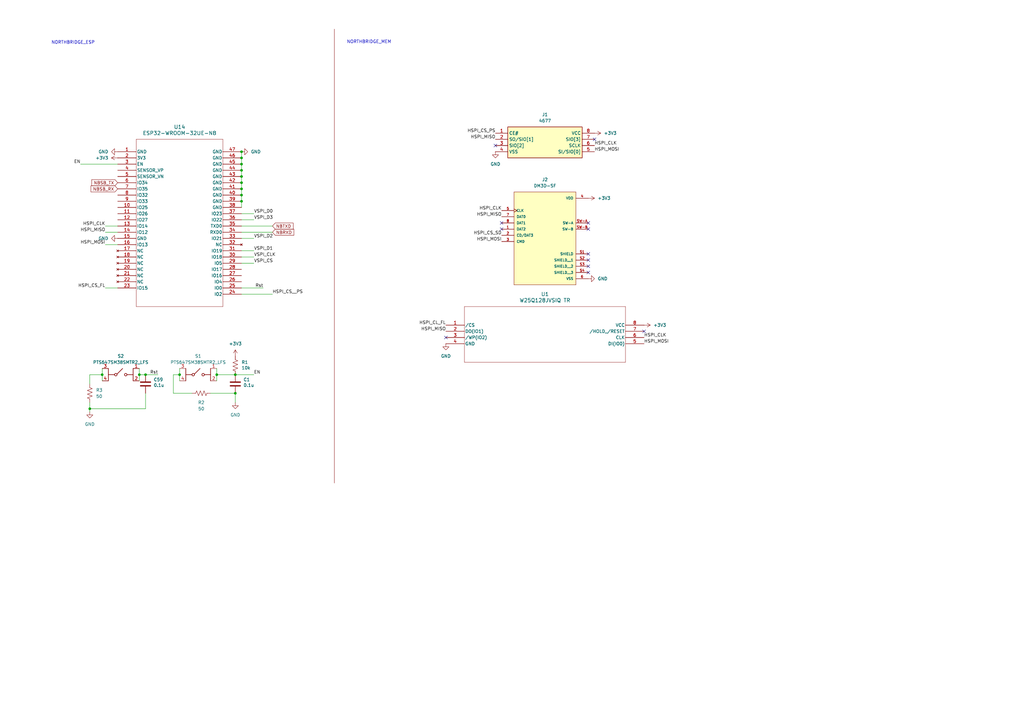
<source format=kicad_sch>
(kicad_sch (version 20250114) (generator "eeschema") (generator_version "9.0")
  (paper "A3")
  (lib_symbols
    (symbol "Device:C" (pin_numbers (hide yes)) (pin_names (offset 0.254))
      (property "Reference" "C" (at 0.635 2.54 0))
      (property "Value" "C" (at 0.635 -2.54 0))
      (symbol "C_0_1"
        (polyline (pts (xy -2.032 0.762) (xy 2.032 0.762)) (stroke (width 0.508)))
        (polyline (pts (xy -2.032 -0.762) (xy 2.032 -0.762)) (stroke (width 0.508)))
      )
      (symbol "C_1_1"
        (pin passive line (at 0 3.81 270) (length 2.794) (name "~") (number "1"))
        (pin passive line (at 0 -3.81 90) (length 2.794) (name "~") (number "2"))
      )
    )
    (symbol "Device:R_US" (pin_numbers (hide yes)) (pin_names (offset 0))
      (property "Reference" "R" (at 2.54 0 90))
      (property "Value" "R_US" (at -2.54 0 90))
      (symbol "R_US_0_1"
        (polyline (pts (xy 0 2.286) (xy 0 2.54)))
        (polyline (pts (xy 0 2.286) (xy 1.016 1.905) (xy 0 1.524) (xy -1.016 1.143) (xy 0 0.762)))
        (polyline (pts (xy 0 0.762) (xy 1.016 0.381) (xy 0 0) (xy -1.016 -0.381) (xy 0 -0.762)))
        (polyline (pts (xy 0 -0.762) (xy 1.016 -1.143) (xy 0 -1.524) (xy -1.016 -1.905) (xy 0 -2.286)))
        (polyline (pts (xy 0 -2.286) (xy 0 -2.54)))
      )
      (symbol "R_US_1_1"
        (pin passive line (at 0 3.81 270) (length 1.27) (name "~") (number "1"))
        (pin passive line (at 0 -3.81 90) (length 1.27) (name "~") (number "2"))
      )
    )
    (symbol "FPGA&MCU:ESP32-WROOM-32UE-N8" (pin_names (offset 0.254))
      (property "Reference" "U" (at 25.4 10.16 0))
      (property "Value" "ESP32-WROOM-32UE-N8" (at 25.4 7.62 0))
      (symbol "ESP32-WROOM-32UE-N8_0_1"
        (polyline (pts (xy 7.62 5.08) (xy 7.62 -63.5)) (stroke (width 0.127)))
        (polyline (pts (xy 7.62 -63.5) (xy 43.18 -63.5)) (stroke (width 0.127)))
        (polyline (pts (xy 43.18 5.08) (xy 7.62 5.08)) (stroke (width 0.127)))
        (polyline (pts (xy 43.18 -63.5) (xy 43.18 5.08)) (stroke (width 0.127)))
        (pin power_out line (at 0 0 0) (length 7.62) (name "GND") (number "1"))
        (pin power_in line (at 0 -2.54 0) (length 7.62) (name "3V3") (number "2"))
        (pin input line (at 0 -5.08 0) (length 7.62) (name "EN") (number "3"))
        (pin input line (at 0 -7.62 0) (length 7.62) (name "SENSOR_VP") (number "4"))
        (pin input line (at 0 -10.16 0) (length 7.62) (name "SENSOR_VN") (number "5"))
        (pin input line (at 0 -12.7 0) (length 7.62) (name "IO34") (number "6"))
        (pin input line (at 0 -15.24 0) (length 7.62) (name "IO35") (number "7"))
        (pin bidirectional line (at 0 -17.78 0) (length 7.62) (name "IO32") (number "8"))
        (pin bidirectional line (at 0 -20.32 0) (length 7.62) (name "IO33") (number "9"))
        (pin bidirectional line (at 0 -22.86 0) (length 7.62) (name "IO25") (number "10"))
        (pin bidirectional line (at 0 -25.4 0) (length 7.62) (name "IO26") (number "11"))
        (pin bidirectional line (at 0 -27.94 0) (length 7.62) (name "IO27") (number "12"))
        (pin bidirectional line (at 0 -30.48 0) (length 7.62) (name "IO14") (number "13"))
        (pin bidirectional line (at 0 -33.02 0) (length 7.62) (name "IO12") (number "14"))
        (pin power_out line (at 0 -35.56 0) (length 7.62) (name "GND") (number "15"))
        (pin bidirectional line (at 0 -38.1 0) (length 7.62) (name "IO13") (number "16"))
        (pin no_connect line (at 0 -40.64 0) (length 7.62) (name "NC") (number "17"))
        (pin no_connect line (at 0 -43.18 0) (length 7.62) (name "NC") (number "18"))
        (pin no_connect line (at 0 -45.72 0) (length 7.62) (name "NC") (number "19"))
        (pin no_connect line (at 0 -48.26 0) (length 7.62) (name "NC") (number "20"))
        (pin no_connect line (at 0 -50.8 0) (length 7.62) (name "NC") (number "21"))
        (pin no_connect line (at 0 -53.34 0) (length 7.62) (name "NC") (number "22"))
        (pin bidirectional line (at 0 -55.88 0) (length 7.62) (name "IO15") (number "23"))
        (pin power_out line (at 50.8 0 180) (length 7.62) (name "GND") (number "47"))
        (pin power_out line (at 50.8 -2.54 180) (length 7.62) (name "GND") (number "46"))
        (pin power_out line (at 50.8 -5.08 180) (length 7.62) (name "GND") (number "45"))
        (pin power_out line (at 50.8 -7.62 180) (length 7.62) (name "GND") (number "44"))
        (pin power_out line (at 50.8 -10.16 180) (length 7.62) (name "GND") (number "43"))
        (pin power_out line (at 50.8 -12.7 180) (length 7.62) (name "GND") (number "42"))
        (pin power_out line (at 50.8 -15.24 180) (length 7.62) (name "GND") (number "41"))
        (pin power_out line (at 50.8 -17.78 180) (length 7.62) (name "GND") (number "40"))
        (pin power_out line (at 50.8 -20.32 180) (length 7.62) (name "GND") (number "39"))
        (pin power_out line (at 50.8 -22.86 180) (length 7.62) (name "GND") (number "38"))
        (pin bidirectional line (at 50.8 -25.4 180) (length 7.62) (name "IO23") (number "37"))
        (pin bidirectional line (at 50.8 -27.94 180) (length 7.62) (name "IO22") (number "36"))
        (pin bidirectional line (at 50.8 -33.02 180) (length 7.62) (name "RXD0") (number "34"))
        (pin bidirectional line (at 50.8 -35.56 180) (length 7.62) (name "IO21") (number "33"))
        (pin no_connect line (at 50.8 -38.1 180) (length 7.62) (name "NC") (number "32"))
        (pin bidirectional line (at 50.8 -40.64 180) (length 7.62) (name "IO19") (number "31"))
        (pin bidirectional line (at 50.8 -43.18 180) (length 7.62) (name "IO18") (number "30"))
        (pin bidirectional line (at 50.8 -45.72 180) (length 7.62) (name "IO5") (number "29"))
        (pin bidirectional line (at 50.8 -48.26 180) (length 7.62) (name "IO17") (number "28"))
        (pin bidirectional line (at 50.8 -50.8 180) (length 7.62) (name "IO16") (number "27"))
        (pin bidirectional line (at 50.8 -53.34 180) (length 7.62) (name "IO4") (number "26"))
        (pin bidirectional line (at 50.8 -55.88 180) (length 7.62) (name "IO0") (number "25"))
        (pin bidirectional line (at 50.8 -58.42 180) (length 7.62) (name "IO2") (number "24"))
      )
      (symbol "ESP32-WROOM-32UE-N8_1_1"
        (pin bidirectional line (at 50.8 -30.48 180) (length 7.62) (name "TXD0") (number "35"))
      )
    )
    (symbol "FPGA_Interface:DM3D-SF" (pin_names (offset 1.016))
      (property "Reference" "J" (at -12.7 16.002 0))
      (property "Value" "DM3D-SF" (at -12.7 -25.4 0))
      (symbol "DM3D-SF_0_0"
        (rectangle (start -12.7 -22.86) (end 12.7 15.24) (stroke (width 0.1524)) (fill (type background)))
        (pin bidirectional clock (at -17.78 7.62 0) (length 5.08) (name "CLK") (number "5"))
        (pin bidirectional line (at -17.78 5.08 0) (length 5.08) (name "DAT0") (number "7"))
        (pin bidirectional line (at -17.78 2.54 0) (length 5.08) (name "DAT1") (number "8"))
        (pin bidirectional line (at -17.78 0 0) (length 5.08) (name "DAT2") (number "1"))
        (pin bidirectional line (at -17.78 -2.54 0) (length 5.08) (name "CD/DAT3") (number "2"))
        (pin bidirectional line (at -17.78 -5.08 0) (length 5.08) (name "CMD") (number "3"))
        (pin power_in line (at 17.78 12.7 180) (length 5.08) (name "VDD") (number "4"))
        (pin bidirectional line (at 17.78 2.54 180) (length 5.08) (name "SW-A") (number "SW-A"))
        (pin bidirectional line (at 17.78 0 180) (length 5.08) (name "SW-B") (number "SW-B"))
        (pin passive line (at 17.78 -10.16 180) (length 5.08) (name "SHIELD") (number "S1"))
        (pin passive line (at 17.78 -12.7 180) (length 5.08) (name "SHIELD__1") (number "S2"))
        (pin passive line (at 17.78 -15.24 180) (length 5.08) (name "SHIELD__2") (number "S3"))
        (pin passive line (at 17.78 -17.78 180) (length 5.08) (name "SHIELD__3") (number "S4"))
        (pin power_in line (at 17.78 -20.32 180) (length 5.08) (name "VSS") (number "6"))
      )
    )
    (symbol "FPGA_Interface:PTS647SM38SMTR2_LFS" (pin_names (hide yes))
      (property "Reference" "S" (at 12.7 6.35 0))
      (property "Value" "PTS647SM38SMTR2_LFS" (at 12.7 3.81 0))
      (symbol "PTS647SM38SMTR2_LFS_1_1"
        (polyline (pts (xy 2.54 -2.54) (xy 5.08 -2.54)) (stroke (width 0.254)))
        (polyline (pts (xy 2.54 -5.08) (xy 2.54 0)) (stroke (width 0.254)))
        (circle (center 5.588 -2.54) (radius 0.508) (stroke (width 0.254)))
        (polyline (pts (xy 6.096 -2.286) (xy 8.382 0)) (stroke (width 0.254)))
        (circle (center 9.652 -2.54) (radius 0.508) (stroke (width 0.254)))
        (polyline (pts (xy 10.16 -2.54) (xy 12.7 -2.54)) (stroke (width 0.254)))
        (polyline (pts (xy 12.7 -5.08) (xy 12.7 0)) (stroke (width 0.254)))
        (pin passive line (at 0 0 0) (length 2.54) (name "COM_1") (number "3"))
        (pin passive line (at 0 -5.08 0) (length 2.54) (name "COM_2") (number "4"))
        (pin passive line (at 15.24 0 180) (length 2.54) (name "NO_1") (number "1"))
        (pin passive line (at 15.24 -5.08 180) (length 2.54) (name "NO_2") (number "2"))
      )
    )
    (symbol "NB:4677"
      (property "Reference" "J" (at 36.83 7.62 0))
      (property "Value" "4677" (at 36.83 5.08 0))
      (symbol "4677_1_1"
        (rectangle (start 5.08 2.54) (end 35.56 -10.16) (stroke (width 0.254)) (fill (type background)))
        (pin passive line (at 0 0 0) (length 5.08) (name "CE#") (number "1"))
        (pin passive line (at 0 -2.54 0) (length 5.08) (name "SO/SIO[1]") (number "2"))
        (pin passive line (at 0 -5.08 0) (length 5.08) (name "SIO[2]") (number "3"))
        (pin passive line (at 0 -7.62 0) (length 5.08) (name "VSS") (number "4"))
        (pin passive line (at 40.64 0 180) (length 5.08) (name "VCC") (number "8"))
        (pin passive line (at 40.64 -2.54 180) (length 5.08) (name "SIO[3]") (number "7"))
        (pin passive line (at 40.64 -5.08 180) (length 5.08) (name "SCLK") (number "6"))
        (pin passive line (at 40.64 -7.62 180) (length 5.08) (name "SI/SIO[0]") (number "5"))
      )
    )
    (symbol "NB:W25Q128JVSIQ_TR" (pin_names (offset 0.254))
      (property "Reference" "U" (at 40.64 12.7 0))
      (property "Value" "W25Q128JVSIQ TR" (at 40.64 10.16 0))
      (symbol "W25Q128JVSIQ_TR_0_1"
        (polyline (pts (xy 7.62 7.62) (xy 7.62 -15.24)) (stroke (width 0.127)))
        (polyline (pts (xy 7.62 -15.24) (xy 73.66 -15.24)) (stroke (width 0.127)))
        (polyline (pts (xy 73.66 7.62) (xy 7.62 7.62)) (stroke (width 0.127)))
        (polyline (pts (xy 73.66 -15.24) (xy 73.66 7.62)) (stroke (width 0.127)))
        (pin input line (at 0 0 0) (length 7.62) (name "/CS") (number "1"))
        (pin bidirectional line (at 0 -2.54 0) (length 7.62) (name "DO(IO1)") (number "2"))
        (pin bidirectional line (at 0 -5.08 0) (length 7.62) (name "/WP(IO2)") (number "3"))
        (pin power_out line (at 0 -7.62 0) (length 7.62) (name "GND") (number "4"))
        (pin power_in line (at 81.28 0 180) (length 7.62) (name "VCC") (number "8"))
        (pin bidirectional line (at 81.28 -2.54 180) (length 7.62) (name "/HOLD_/RESET") (number "7"))
        (pin input line (at 81.28 -5.08 180) (length 7.62) (name "CLK") (number "6"))
        (pin bidirectional line (at 81.28 -7.62 180) (length 7.62) (name "DI(IO0)") (number "5"))
      )
    )
    (symbol "power:+3V3" (power) (pin_numbers (hide yes)) (pin_names (offset 0) (hide yes))
      (property "Value" "+3V3" (at 0 3.556 0))
      (symbol "+3V3_0_1"
        (polyline (pts (xy -0.762 1.27) (xy 0 2.54)))
        (polyline (pts (xy 0 2.54) (xy 0.762 1.27)))
        (polyline (pts (xy 0 0) (xy 0 2.54)))
      )
      (symbol "+3V3_1_1"
        (pin power_in line (at 0 0 90) (length 0) (name "~") (number "1"))
      )
    )
    (symbol "power:GND" (power) (pin_numbers (hide yes)) (pin_names (offset 0) (hide yes))
      (property "Value" "GND" (at 0 -3.81 0))
      (symbol "GND_0_1"
        (polyline (pts (xy 0 0) (xy 0 -1.27) (xy 1.27 -1.27) (xy 0 -2.54) (xy -1.27 -1.27) (xy 0 -1.27)))
      )
      (symbol "GND_1_1"
        (pin power_in line (at 0 0 270) (length 0) (name "~") (number "1"))
      )
    )
  )
  (text "NORTHBRIDGE_ESP\n" (at 29.972 17.526 0) (effects (font (size 1.27 1.27))))
  (text "NORTHBRIDGE_MEM\n" (at 151.384 17.272 0) (effects (font (size 1.27 1.27))))
  (junction (at 96.52 153.67))
  (junction (at 96.52 161.29))
  (junction (at 99.06 64.77))
  (junction (at 99.06 82.55))
  (junction (at 36.83 167.64))
  (junction (at 99.06 74.93))
  (junction (at 41.91 153.67))
  (junction (at 99.06 77.47))
  (junction (at 99.06 72.39))
  (junction (at 99.06 62.23))
  (junction (at 59.69 153.67))
  (junction (at 99.06 67.31))
  (junction (at 57.15 153.67))
  (junction (at 73.66 153.67))
  (junction (at 99.06 80.01))
  (junction (at 99.06 69.85))
  (junction (at 88.9 153.67))
  (no_connect (at 203.2 59.69))
  (no_connect (at 241.3 111.76))
  (no_connect (at 264.16 135.89))
  (no_connect (at 241.3 106.68))
  (no_connect (at 241.3 93.98))
  (no_connect (at 205.74 93.98))
  (no_connect (at 205.74 91.44))
  (no_connect (at 182.88 138.43))
  (no_connect (at 243.84 57.15))
  (no_connect (at 241.3 104.14))
  (no_connect (at 241.3 109.22))
  (no_connect (at 241.3 91.44))
  (wire (pts (xy 73.66 153.67) (xy 73.66 156.21)))
  (wire (pts (xy 88.9 153.67) (xy 88.9 156.21)))
  (wire (pts (xy 99.06 74.93) (xy 99.06 77.47)))
  (wire (pts (xy 59.69 153.67) (xy 64.77 153.67)))
  (wire (pts (xy 36.83 153.67) (xy 41.91 153.67)))
  (wire (pts (xy 99.06 62.23) (xy 99.06 64.77)))
  (wire (pts (xy 57.15 151.13) (xy 57.15 153.67)))
  (wire (pts (xy 36.83 153.67) (xy 36.83 157.48)))
  (wire (pts (xy 99.06 97.79) (xy 104.14 97.79)))
  (wire (pts (xy 99.06 102.87) (xy 104.14 102.87)))
  (wire (pts (xy 99.06 120.65) (xy 111.76 120.65)))
  (wire (pts (xy 99.06 105.41) (xy 104.14 105.41)))
  (wire (pts (xy 41.91 153.67) (xy 41.91 151.13)))
  (wire (pts (xy 99.06 64.77) (xy 99.06 67.31)))
  (wire (pts (xy 96.52 153.67) (xy 104.14 153.67)))
  (wire (pts (xy 99.06 80.01) (xy 99.06 82.55)))
  (wire (pts (xy 43.18 100.33) (xy 48.26 100.33)))
  (wire (pts (xy 86.36 161.29) (xy 96.52 161.29)))
  (wire (pts (xy 36.83 167.64) (xy 36.83 168.91)))
  (wire (pts (xy 59.69 161.29) (xy 59.69 167.64)))
  (wire (pts (xy 43.18 92.71) (xy 48.26 92.71)))
  (wire (pts (xy 99.06 107.95) (xy 104.14 107.95)))
  (wire (pts (xy 73.66 153.67) (xy 71.12 153.67)))
  (wire (pts (xy 99.06 69.85) (xy 99.06 72.39)))
  (polyline (pts (xy 137.16 11.938) (xy 137.16 198.12)) (stroke (width 0) (type solid) (color 132 0 0 1)))
  (wire (pts (xy 88.9 151.13) (xy 88.9 153.67)))
  (wire (pts (xy 71.12 161.29) (xy 78.74 161.29)))
  (wire (pts (xy 57.15 153.67) (xy 59.69 153.67)))
  (wire (pts (xy 99.06 118.11) (xy 107.95 118.11)))
  (wire (pts (xy 99.06 82.55) (xy 99.06 85.09)))
  (wire (pts (xy 99.06 92.71) (xy 111.76 92.71)))
  (wire (pts (xy 88.9 153.67) (xy 96.52 153.67)))
  (wire (pts (xy 99.06 67.31) (xy 99.06 69.85)))
  (wire (pts (xy 71.12 153.67) (xy 71.12 161.29)))
  (wire (pts (xy 73.66 151.13) (xy 73.66 153.67)))
  (wire (pts (xy 99.06 87.63) (xy 104.14 87.63)))
  (wire (pts (xy 43.18 118.11) (xy 48.26 118.11)))
  (wire (pts (xy 43.18 95.25) (xy 48.26 95.25)))
  (wire (pts (xy 59.69 167.64) (xy 36.83 167.64)))
  (wire (pts (xy 99.06 95.25) (xy 111.76 95.25)))
  (wire (pts (xy 96.52 165.1) (xy 96.52 161.29)))
  (wire (pts (xy 36.83 165.1) (xy 36.83 167.64)))
  (wire (pts (xy 33.02 67.31) (xy 48.26 67.31)))
  (wire (pts (xy 99.06 72.39) (xy 99.06 74.93)))
  (wire (pts (xy 99.06 77.47) (xy 99.06 80.01)))
  (wire (pts (xy 57.15 153.67) (xy 57.15 156.21)))
  (wire (pts (xy 99.06 90.17) (xy 104.14 90.17)))
  (wire (pts (xy 41.91 153.67) (xy 41.91 156.21)))
  (label "VSPI_D0" (at 104.14 87.63 0))
  (label "HSPI_CS_SD" (at 205.74 96.52 180))
  (label "HSPI_CLK" (at 205.74 86.36 180))
  (label "HSPI_CL_FL" (at 182.88 133.35 180))
  (label "HSPI_CS__PS" (at 111.76 120.65 0))
  (label "HSPI_CLK" (at 264.16 138.43 0))
  (label "VSPI_CLK" (at 104.14 105.41 0))
  (label "VSPI_D3" (at 104.14 90.17 0))
  (label "HSPI_MOSI" (at 243.84 62.23 0))
  (label "HSPI_CS_FL" (at 43.18 118.11 180))
  (label "EN" (at 33.02 67.31 180))
  (label "VSPI_D1" (at 104.14 102.87 0))
  (label "HSPI_MISO" (at 205.74 88.9 180))
  (label "HSPI_MOSI" (at 264.16 140.97 0))
  (label "HSPI_MOSI" (at 205.74 99.06 180))
  (label "VSPI_CS" (at 104.14 107.95 0))
  (label "Rst" (at 107.95 118.11 180))
  (label "Rst" (at 64.77 153.67 180))
  (label "HSPI_MISO" (at 203.2 57.15 180))
  (label "HSPI_CLK" (at 43.18 92.71 180))
  (label "HSPI_MISO" (at 182.88 135.89 180))
  (label "HSPI_MOSI" (at 43.18 100.33 180))
  (label "VSPI_D2" (at 104.14 97.79 0))
  (label "HSPI_MISO" (at 43.18 95.25 180))
  (label "HSPI_CLK" (at 243.84 59.69 0))
  (label "HSPI_CS_PS" (at 203.2 54.61 180))
  (label "EN" (at 104.14 153.67 0))
  (global_label "NBSB_RX" (shape input) (at 48.26 77.47 180) (property "Intersheetrefs" "${INTERSHEET_REFS}" (effects (hide yes))))
  (global_label "NBTXD" (shape input) (at 111.76 92.71 0) (property "Intersheetrefs" "${INTERSHEET_REFS}" (effects (hide yes))))
  (global_label "NBRXD" (shape input) (at 111.76 95.25 0) (property "Intersheetrefs" "${INTERSHEET_REFS}" (effects (hide yes))))
  (global_label "NBSB_TX" (shape input) (at 48.26 74.93 180) (property "Intersheetrefs" "${INTERSHEET_REFS}" (effects (hide yes))))
  (symbol (lib_id "FPGA_Interface:PTS647SM38SMTR2_LFS") (at 73.66 151.13 0) (unit 1)
    (property "Reference" "S1" (at 81.28 146.05 0))
    (property "Value" "PTS647SM38SMTR2_LFS" (at 81.28 148.59 0))
    (property "Footprint" "FPGA_Interface:PTS647SM38SMTR2LFS" (effects (hide yes)))
    (property "Datasheet" "https://www.ckswitches.com/media/2567/pts647.pdf" (effects (hide yes)))
    (property "Description" "Tactile Switch SPST-NO Top Actuated Surface Mount 0.05A 12V" (effects (hide yes)))
    (property "Manufacturer_Name" "C & K COMPONENTS" (effects (hide yes)))
    (property "Manufacturer_Part_Number" "PTS647SM38SMTR2 LFS" (effects (hide yes)))
  )
  (symbol (lib_id "power:GND") (at 48.26 97.79 270) (unit 1)
    (property "Reference" "#PWR03" (effects (hide yes)))
    (property "Value" "GND" (at 44.45 97.7899 90) (effects (justify right)))
    (property "Description" "Power symbol creates a global label with name \"GND\" , ground" (effects (hide yes)))
  )
  (symbol (lib_id "Device:R_US") (at 96.52 149.86 0) (unit 1)
    (property "Reference" "R1" (at 99.06 148.5899 0) (effects (justify left)))
    (property "Value" "10k" (at 99.06 150.876 0) (effects (justify left)))
    (property "Description" "Resistor, US symbol" (effects (hide yes)))
  )
  (symbol (lib_id "power:+3V3") (at 96.52 146.05 0) (unit 1)
    (property "Reference" "#PWR010" (effects (hide yes)))
    (property "Value" "+3V3" (at 96.52 140.97 0))
    (property "Description" "Power symbol creates a global label with name \"+3V3\"" (effects (hide yes)))
  )
  (symbol (lib_id "power:+3V3") (at 48.26 64.77 90) (unit 1)
    (property "Reference" "#PWR04" (effects (hide yes)))
    (property "Value" "+3V3" (at 44.45 64.7699 90) (effects (justify left)))
    (property "Description" "Power symbol creates a global label with name \"+3V3\"" (effects (hide yes)))
  )
  (symbol (lib_id "power:GND") (at 96.52 165.1 0) (unit 1)
    (property "Reference" "#PWR09" (effects (hide yes)))
    (property "Value" "GND" (at 96.52 170.18 0))
    (property "Description" "Power symbol creates a global label with name \"GND\" , ground" (effects (hide yes)))
  )
  (symbol (lib_id "power:GND") (at 99.06 62.23 90) (unit 1)
    (property "Reference" "#PWR01" (effects (hide yes)))
    (property "Value" "GND" (at 102.87 62.2299 90) (effects (justify right)))
    (property "Description" "Power symbol creates a global label with name \"GND\" , ground" (effects (hide yes)))
  )
  (symbol (lib_id "FPGA&MCU:ESP32-WROOM-32UE-N8") (at 48.26 62.23 0) (unit 1)
    (property "Reference" "U14" (at 73.66 52.07 0) (effects (font (size 1.524 1.524))))
    (property "Value" "ESP32-WROOM-32UE-N8" (at 73.66 54.61 0) (effects (font (size 1.524 1.524))))
    (property "Footprint" "FPGA&MCU:ESP32-WROOM-32UE_EXP" (effects (hide yes)))
    (property "Datasheet" "ESP32-WROOM-32UE-N8" (effects (hide yes)))
  )
  (symbol (lib_id "power:+3V3") (at 264.16 133.35 270) (unit 1)
    (property "Reference" "#PWR05" (effects (hide yes)))
    (property "Value" "+3V3" (at 267.97 133.3499 90) (effects (justify left)))
    (property "Description" "Power symbol creates a global label with name \"+3V3\"" (effects (hide yes)))
  )
  (symbol (lib_id "power:GND") (at 203.2 62.23 0) (unit 1)
    (property "Reference" "#PWR013" (effects (hide yes)))
    (property "Value" "GND" (at 203.2 67.31 0))
    (property "Description" "Power symbol creates a global label with name \"GND\" , ground" (effects (hide yes)))
  )
  (symbol (lib_id "NB:4677") (at 203.2 54.61 0) (unit 1)
    (property "Reference" "J1" (at 223.52 46.99 0))
    (property "Value" "4677" (at 223.52 49.53 0))
    (property "Footprint" "NB:4677" (effects (hide yes)))
    (property "Datasheet" "https://www.espressif.com/sites/default/files/documentation/esp-psram64_esp-psram64h_datasheet_en.pdf" (effects (hide yes)))
    (property "Description" "Adafruit Accessories Generic 64 Mbit Serial Pseudo SRAM - 3.3V 133 MHz" (effects (hide yes)))
    (property "Height" "1.75" (effects (hide yes)))
    (property "Mouser Part Number" "485-4677" (effects (hide yes)))
    (property "Mouser Price/Stock" "https://www.mouser.co.uk/ProductDetail/Adafruit/4677?qs=DPoM0jnrROUZDCYEDSsMew%3D%3D" (effects (hide yes)))
    (property "Manufacturer_Name" "Adafruit" (effects (hide yes)))
    (property "Manufacturer_Part_Number" "4677" (effects (hide yes)))
  )
  (symbol (lib_id "power:+3V3") (at 243.84 54.61 270) (unit 1)
    (property "Reference" "#PWR06" (effects (hide yes)))
    (property "Value" "+3V3" (at 247.65 54.6099 90) (effects (justify left)))
    (property "Description" "Power symbol creates a global label with name \"+3V3\"" (effects (hide yes)))
  )
  (symbol (lib_id "FPGA_Interface:PTS647SM38SMTR2_LFS") (at 41.91 151.13 0) (unit 1)
    (property "Reference" "S2" (at 49.53 146.05 0))
    (property "Value" "PTS647SM38SMTR2_LFS" (at 49.53 148.59 0))
    (property "Footprint" "FPGA_Interface:PTS647SM38SMTR2LFS" (effects (hide yes)))
    (property "Datasheet" "https://www.ckswitches.com/media/2567/pts647.pdf" (effects (hide yes)))
    (property "Description" "Tactile Switch SPST-NO Top Actuated Surface Mount 0.05A 12V" (effects (hide yes)))
    (property "Manufacturer_Name" "C & K COMPONENTS" (effects (hide yes)))
    (property "Manufacturer_Part_Number" "PTS647SM38SMTR2 LFS" (effects (hide yes)))
  )
  (symbol (lib_id "Device:C") (at 59.69 157.48 0) (unit 1)
    (property "Reference" "C59" (at 62.992 155.702 0) (effects (justify left)))
    (property "Value" "0.1u" (at 62.992 157.988 0) (effects (justify left)))
    (property "Description" "Unpolarized capacitor" (effects (hide yes)))
  )
  (symbol (lib_id "FPGA_Interface:DM3D-SF") (at 223.52 93.98 0) (unit 1)
    (property "Reference" "J2" (at 223.52 73.66 0))
    (property "Value" "DM3D-SF" (at 223.52 76.2 0))
    (property "Footprint" "FPGA_Interface:DM3D-SF" (effects (hide yes)))
    (property "PARTREV" "2017.1" (effects (hide yes)))
    (property "MANUFACTURER" "Hirose" (effects (hide yes)))
    (property "MAXIMUM_PACKAGE_HEIGHT" "1.55mm" (effects (hide yes)))
    (property "STANDARD" "Manufacturer Recommendations" (effects (hide yes)))
  )
  (symbol (lib_id "power:GND") (at 182.88 140.97 0) (unit 1)
    (property "Reference" "#PWR012" (effects (hide yes)))
    (property "Value" "GND" (at 182.88 146.05 0))
    (property "Description" "Power symbol creates a global label with name \"GND\" , ground" (effects (hide yes)))
  )
  (symbol (lib_id "Device:R_US") (at 82.55 161.29 270) (unit 1)
    (property "Reference" "R2" (at 82.55 165.1 90))
    (property "Value" "50" (at 82.55 167.64 90))
    (property "Description" "Resistor, US symbol" (effects (hide yes)))
  )
  (symbol (lib_id "Device:R_US") (at 36.83 161.29 0) (unit 1)
    (property "Reference" "R3" (at 39.37 160.0199 0) (effects (justify left)))
    (property "Value" "50" (at 39.37 162.5599 0) (effects (justify left)))
    (property "Description" "Resistor, US symbol" (effects (hide yes)))
  )
  (symbol (lib_id "power:+3V3") (at 241.3 81.28 270) (unit 1)
    (property "Reference" "#PWR07" (effects (hide yes)))
    (property "Value" "+3V3" (at 245.11 81.2799 90) (effects (justify left)))
    (property "Description" "Power symbol creates a global label with name \"+3V3\"" (effects (hide yes)))
  )
  (symbol (lib_id "power:GND") (at 36.83 168.91 0) (unit 1)
    (property "Reference" "#PWR011" (effects (hide yes)))
    (property "Value" "GND" (at 36.83 173.99 0))
    (property "Description" "Power symbol creates a global label with name \"GND\" , ground" (effects (hide yes)))
  )
  (symbol (lib_id "power:GND") (at 48.26 62.23 270) (unit 1)
    (property "Reference" "#PWR02" (effects (hide yes)))
    (property "Value" "GND" (at 44.45 62.2299 90) (effects (justify right)))
    (property "Description" "Power symbol creates a global label with name \"GND\" , ground" (effects (hide yes)))
  )
  (symbol (lib_id "power:GND") (at 241.3 114.3 90) (unit 1)
    (property "Reference" "#PWR08" (effects (hide yes)))
    (property "Value" "GND" (at 245.11 114.2999 90) (effects (justify right)))
    (property "Description" "Power symbol creates a global label with name \"GND\" , ground" (effects (hide yes)))
  )
  (symbol (lib_id "NB:W25Q128JVSIQ_TR") (at 182.88 133.35 0) (unit 1)
    (property "Reference" "U1" (at 223.52 120.65 0) (effects (font (size 1.524 1.524))))
    (property "Value" "W25Q128JVSIQ TR" (at 223.52 123.19 0) (effects (font (size 1.524 1.524))))
    (property "Footprint" "NB:256_W25Q128JV" (effects (hide yes)))
    (property "Datasheet" "W25Q128JVSIQ TR" (effects (hide yes)))
  )
  (symbol (lib_id "Device:C") (at 96.52 157.48 0) (unit 1)
    (property "Reference" "C1" (at 99.822 155.702 0) (effects (justify left)))
    (property "Value" "0.1u" (at 99.822 157.988 0) (effects (justify left)))
    (property "Description" "Unpolarized capacitor" (effects (hide yes)))
  )
)
</source>
